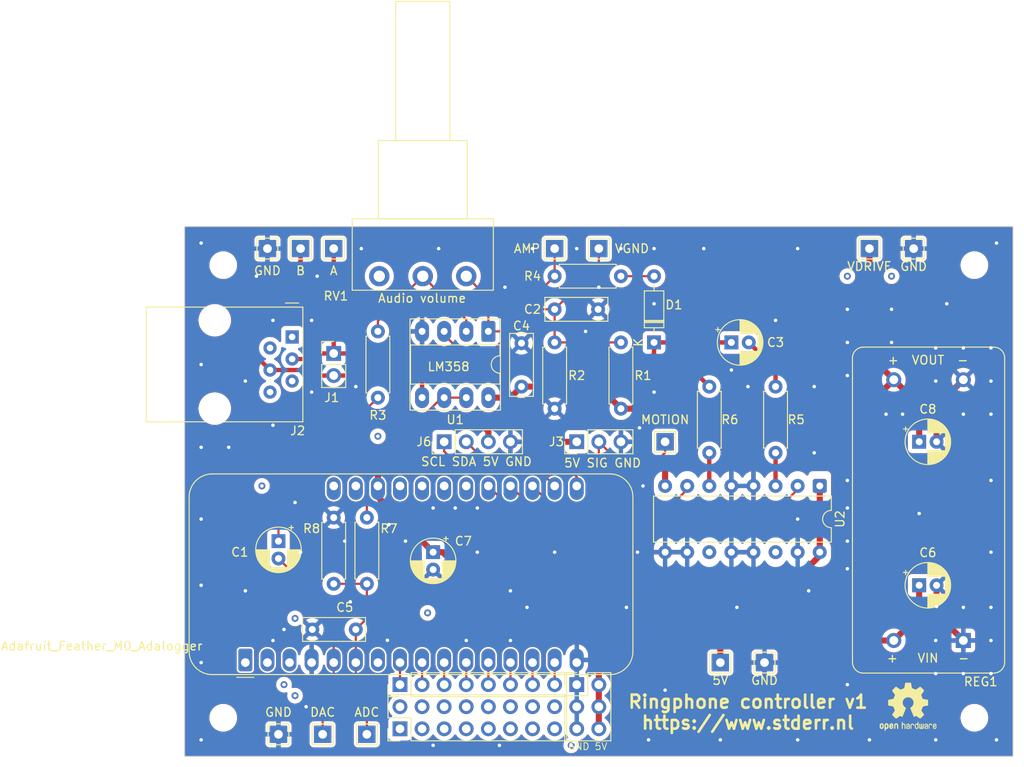
<source format=kicad_pcb>
(kicad_pcb (version 20241229) (generator "pcbnew") (generator_version "9.0")
  (layers (0 "F.Cu" signal) (2 "B.Cu" signal) (13 "F.Paste" user) (15 "B.Paste" user) (5 "F.SilkS" user "F.Silkscreen") (7 "B.SilkS" user "B.Silkscreen") (1 "F.Mask" user) (3 "B.Mask" user) (25 "Edge.Cuts" user))
  (net 0 "")
  (net 1 "DAC")
  (net 2 "Net-(C1-Pad1)")
  (net 3 "GND")
  (net 4 "VGND")
  (net 5 "TELEPHONE_A")
  (net 6 "Vdrive")
  (net 8 "TELEPHONE_B")
  (net 9 "unconnected-(A1-D13-Pad25)")
  (net 10 "MOTION")
  (net 11 "+5V")
  (net 13 "AMP_OUT")
  (net 15 "CURRENT_SENSE")
  (net 16 "BRIDGE_IN_2")
  (net 17 "unconnected-(A1-~{RESET}-Pad1)")
  (net 19 "BRIDGE_IN_1")
  (net 24 "Net-(D1-A)")
  (net 33 "Net-(C3-Pad2)")
  (net 34 "SDA")
  (net 35 "SCL")
  (net 36 "STRIP1")
  (net 37 "STRIP2")
  (net 38 "STRIP3")
  (net 39 "STRIP4")
  (net 40 "STRIP5")
  (net 41 "STRIP6")
  (net 42 "STRIP7")
  (net 43 "STRIP8")
  (net 56 "Net-(U1A--)")
  (net 57 "Net-(U2-1Y)")
  (net 58 "Net-(U2-2Y)")
  (net 59 "Net-(U1B--)")
  (footprint "Capacitor_THT:CP_Radial_D5.0mm_P2.00mm" (layer "F.Cu") (at 62.23 166.37 -90)
    (property "Reference" "C1")
    (property "Value" "10uF 50V")
  )
  (footprint "Capacitor_THT:C_Disc_D7.0mm_W2.5mm_P5.00mm" (layer "F.Cu") (at 93.98 139.7)
    (property "Reference" "C2")
    (property "Value" "330nF")
  )
  (footprint "Capacitor_THT:CP_Radial_D5.0mm_P2.00mm" (layer "F.Cu") (at 114.3 143.51)
    (property "Reference" "C3")
    (property "Value" "33μF 50V")
  )
  (footprint "Capacitor_THT:C_Disc_D7.0mm_W2.5mm_P5.00mm" (layer "F.Cu") (at 90.17 148.59 90)
    (property "Reference" "C4")
    (property "Value" "100nF")
  )
  (footprint "Capacitor_THT:C_Disc_D7.0mm_W2.5mm_P5.00mm" (layer "F.Cu") (at 71.12 176.53 180)
    (property "Reference" "C5")
    (property "Value" "10nF")
  )
  (footprint "Connector_PinHeader_2.54mm:PinHeader_1x02_P2.54mm_Vertical" (layer "F.Cu") (at 68.58 144.78)
    (property "Reference" "J1")
    (property "Value" "Conn_01x02" (hide yes))
  )
  (footprint "Connector_RJ:RJ12_Amphenol_54601" (layer "F.Cu") (at 63.8 142.875 -90)
    (property "Reference" "J2")
    (property "Value" "6P4C")
  )
  (footprint "Connector_PinHeader_2.54mm:PinHeader_1x03_P2.54mm_Vertical" (layer "F.Cu") (at 96.52 154.94 90)
    (property "Reference" "J3")
    (property "Value" "Conn_01x03" (hide yes))
  )
  (footprint "Resistor_THT:R_Axial_DIN0207_L6.3mm_D2.5mm_P7.62mm_Horizontal" (layer "F.Cu") (at 101.6 143.51 -90)
    (property "Reference" "R1")
    (property "Value" "10k")
  )
  (footprint "Resistor_THT:R_Axial_DIN0207_L6.3mm_D2.5mm_P7.62mm_Horizontal" (layer "F.Cu") (at 93.98 151.13 90)
    (property "Reference" "R2")
    (property "Value" "10k")
  )
  (footprint "Resistor_THT:R_Axial_DIN0207_L6.3mm_D2.5mm_P7.62mm_Horizontal" (layer "F.Cu") (at 73.66 142.24 -90)
    (property "Reference" "R3")
    (property "Value" "1k")
  )
  (footprint "Resistor_THT:R_Axial_DIN0207_L6.3mm_D2.5mm_P7.62mm_Horizontal" (layer "F.Cu") (at 101.6 135.89 180)
    (property "Reference" "R4")
    (property "Value" "470R")
  )
  (footprint "Resistor_THT:R_Axial_DIN0207_L6.3mm_D2.5mm_P7.62mm_Horizontal" (layer "F.Cu") (at 119.38 148.59 -90)
    (property "Reference" "R5")
    (property "Value" "470R")
  )
  (footprint "Resistor_THT:R_Axial_DIN0207_L6.3mm_D2.5mm_P7.62mm_Horizontal" (layer "F.Cu") (at 111.76 148.59 -90)
    (property "Reference" "R6")
    (property "Value" "470R")
  )
  (footprint "Resistor_THT:R_Axial_DIN0207_L6.3mm_D2.5mm_P7.62mm_Horizontal" (layer "F.Cu") (at 72.39 171.279713 90)
    (property "Reference" "R7")
    (property "Value" "10k")
  )
  (footprint "Resistor_THT:R_Axial_DIN0207_L6.3mm_D2.5mm_P7.62mm_Horizontal" (layer "F.Cu") (at 68.58 163.659713 -90)
    (property "Reference" "R8")
    (property "Value" "1k")
  )
  (footprint "Footprints:MT3608" (layer "F.Cu") (at 140.97 177.8 180)
    (property "Reference" "REG1")
    (property "Value" "REGULATOR_MODULE")
  )
  (footprint "Potentiometer_THT:Potentiometer_Piher_PC-16_Single_Horizontal" (layer "F.Cu") (at 83.82 135.89 90)
    (property "Reference" "RV1")
    (property "Value" "10k")
  )
  (footprint "Package_DIP:DIP-8_W7.62mm_Socket_LongPads" (layer "F.Cu") (at 86.36 142.24 -90)
    (property "Reference" "U1")
    (property "Value" "LM358")
  )
  (footprint "Capacitor_THT:CP_Radial_D5.0mm_P2.00mm" (layer "F.Cu") (at 135.89 171.45)
    (property "Reference" "C6")
    (property "Value" "DNP")
  )
  (footprint "Capacitor_THT:CP_Radial_D5.0mm_P2.00mm" (layer "F.Cu") (at 80.01 167.64 -90)
    (property "Reference" "C7")
    (property "Value" "DNP")
  )
  (footprint "Capacitor_THT:CP_Radial_D5.0mm_P2.00mm" (layer "F.Cu") (at 135.89 154.94)
    (property "Reference" "C8")
    (property "Value" "DNP")
  )
  (footprint "TestPoint:TestPoint_THTPad_2.0x2.0mm_Drill1.0mm" (layer "F.Cu") (at 62.23 188.595)
    (property "Reference" "TP1")
    (property "Value" "GND")
  )
  (footprint "TestPoint:TestPoint_THTPad_2.0x2.0mm_Drill1.0mm" (layer "F.Cu") (at 67.31 188.595)
    (property "Reference" "TP2")
    (property "Value" "DAC")
  )
  (footprint "TestPoint:TestPoint_THTPad_2.0x2.0mm_Drill1.0mm" (layer "F.Cu") (at 72.39 188.595)
    (property "Reference" "TP3")
    (property "Value" "ADC")
  )
  (footprint "TestPoint:TestPoint_THTPad_2.0x2.0mm_Drill1.0mm" (layer "F.Cu") (at 60.96 132.715 -90)
    (property "Reference" "TP4" (hide yes))
    (property "Value" "GND")
  )
  (footprint "TestPoint:TestPoint_THTPad_2.0x2.0mm_Drill1.0mm" (layer "F.Cu") (at 93.98 132.715)
    (property "Reference" "TP5")
    (property "Value" "AMP")
  )
  (footprint "TestPoint:TestPoint_THTPad_2.0x2.0mm_Drill1.0mm" (layer "F.Cu") (at 135.255 132.715)
    (property "Reference" "TP6")
    (property "Value" "GND")
  )
  (footprint "TestPoint:TestPoint_THTPad_2.0x2.0mm_Drill1.0mm" (layer "F.Cu") (at 130.175 132.715)
    (property "Reference" "TP7")
    (property "Value" "VDRIVE")
  )
  (footprint "TestPoint:TestPoint_THTPad_2.0x2.0mm_Drill1.0mm" (layer "F.Cu") (at 99.06 132.715)
    (property "Reference" "TP8")
    (property "Value" "VGND")
  )
  (footprint "TestPoint:TestPoint_THTPad_2.0x2.0mm_Drill1.0mm" (layer "F.Cu") (at 106.68 154.94)
    (property "Reference" "TP9")
    (property "Value" "MOTION")
  )
  (footprint "TestPoint:TestPoint_THTPad_2.0x2.0mm_Drill1.0mm" (layer "F.Cu") (at 113.03 180.34)
    (property "Reference" "TP10")
    (property "Value" "5V")
  )
  (footprint "Package_DIP:DIP-16_W7.62mm" (layer "F.Cu") (at 124.46 160.02 -90)
    (property "Reference" "U2")
    (property "Value" "L293D")
  )
  (footprint "TestPoint:TestPoint_THTPad_2.0x2.0mm_Drill1.0mm" (layer "F.Cu") (at 68.58 132.715 -90)
    (property "Reference" "TP11" (hide yes))
    (property "Value" "A")
  )
  (footprint "TestPoint:TestPoint_THTPad_2.0x2.0mm_Drill1.0mm" (layer "F.Cu") (at 64.77 132.715 -90)
    (property "Reference" "TP13" (hide yes))
    (property "Value" "B")
  )
  (footprint "TestPoint:TestPoint_THTPad_2.0x2.0mm_Drill1.0mm" (layer "F.Cu") (at 118.11 180.34)
    (property "Reference" "TP12")
    (property "Value" "GND")
  )
  (footprint "MountingHole:MountingHole_2.7mm_M2.5" (layer "F.Cu") (at 55.88 134.62)
    (property "Reference" "H1" (hide yes))
    (property "Value" "MountingHole" (hide yes))
  )
  (footprint "MountingHole:MountingHole_2.7mm_M2.5" (layer "F.Cu") (at 142.24 134.62)
    (property "Reference" "H2" (hide yes))
    (property "Value" "MountingHole" (hide yes))
  )
  (footprint "MountingHole:MountingHole_2.7mm_M2.5" (layer "F.Cu") (at 55.88 186.69)
    (property "Reference" "H3" (hide yes))
    (property "Value" "MountingHole" (hide yes))
  )
  (footprint "MountingHole:MountingHole_2.7mm_M2.5" (layer "F.Cu") (at 142.24 186.69)
    (property "Reference" "H4" (hide yes))
    (property "Value" "MountingHole" (hide yes))
  )
  (footprint "Module:Adafruit_Feather" (layer "F.Cu") (at 58.42 180.34 90)
    (property "Reference" "A1")
    (property "Value" "Adafruit_Feather_M0_Adalogger")
  )
  (footprint "Connector_PinHeader_2.54mm:PinHeader_1x08_P2.54mm_Vertical" (layer "F.Cu") (at 76.2 182.88 90)
    (property "Reference" "J5" (hide yes))
    (property "Value" "Conn_01x08" (hide yes))
  )
  (footprint "Connector_PinHeader_2.54mm:PinHeader_1x04_P2.54mm_Vertical" (layer "F.Cu") (at 81.28 154.94 90)
    (property "Reference" "J6")
    (property "Value" "Conn_01x04" (hide yes))
  )
  (footprint "Connector_PinHeader_2.54mm:PinHeader_2x03_P2.54mm_Vertical" (layer "F.Cu") (at 96.52 182.88)
    (property "Reference" "J7" (hide yes))
    (property "Value" "Conn_02x03_Odd_Even" (hide yes))
  )
  (footprint "Connector_PinHeader_2.54mm:PinHeader_2x08_P2.54mm_Vertical" (layer "F.Cu") (at 76.2 187.96 90)
    (property "Reference" "J4" (hide yes))
    (property "Value" "Conn_02x08_Odd_Even" (hide yes))
  )
  (footprint "Symbol:OSHW-Logo2_7.3x6mm_SilkScreen" (layer "F.Cu") (at 134.62 185.42)
    (property "Reference" "LOGO1" (hide yes))
    (property "Value" "Logo_Open_Hardware_Small" (hide yes))
  )
  (footprint "Diode_THT:D_DO-35_SOD27_P7.62mm_Horizontal" (layer "F.Cu") (at 105.41 143.51 90)
    (property "Reference" "D1")
    (property "Value" "1N4148")
  )
  (gr_poly (pts (xy 51.435 130.175) (xy 146.685 130.175) (xy 146.685 191.135) (xy 51.435 191.135)) (stroke (width 0.1)) (fill no) (layer "Edge.Cuts"))
  (gr_text "SCL SDA 5V GND" (at 84.9884 157.226 0) (layer "F.SilkS") (effects (font (size 1 1))))
  (gr_text "+  VOUT  -" (at 136.906 145.542 0) (layer "F.SilkS") (effects (font (size 1 1))))
  (gr_text "5V SIG GND" (at 99.4918 157.3784 0) (layer "F.SilkS") (effects (font (size 1 1))))
  (gr_text "GND 5V" (at 97.79 189.992 0) (layer "F.SilkS") (effects (font (size 0.8 0.8) (thickness 0.1))))
  (gr_text "Ringphone controller v1\nhttps://www.stderr.nl" (at 116.205 186.055 0) (layer "F.SilkS") (effects (font (size 1.5 1.5) (thickness 0.3))))
  (gr_text "Audio volume" (at 78.74 138.43 0) (layer "F.SilkS") (effects (font (size 1 1))))
  (gr_text "+   VIN   -" (at 136.906 179.832 0) (layer "F.SilkS") (effects (font (size 1 1))))
  (segment (start 68.58 180.34) (end 68.58 185.42) (width 0.25) (layer "F.Cu") (net 1))
  (segment (start 68.58 185.42) (end 67.31 186.69) (width 0.25) (layer "F.Cu") (net 1))
  (segment (start 68.58 180.34) (end 68.58 174.72) (width 0.25) (layer "F.Cu") (net 1))
  (segment (start 67.31 186.69) (end 67.31 188.595) (width 0.25) (layer "F.Cu") (net 1))
  (segment (start 68.58 174.72) (end 62.23 168.37) (width 0.25) (layer "F.Cu") (net 1))
  (segment (start 62.23 161.29) (end 73.66 149.86) (width 0.25) (layer "F.Cu") (net 2))
  (segment (start 62.23 166.37) (end 62.23 161.29) (width 0.25) (layer "F.Cu") (net 2))
  (segment (start 137.89 174.7073) (end 140.97 177.7873) (width 0.7) (layer "F.Cu") (net 3))
  (segment (start 137.89 173.895) (end 137.89 174.7073) (width 0.7) (layer "F.Cu") (net 3))
  (segment (start 140.97 147.8) (end 137.89 150.88) (width 0.7) (layer "F.Cu") (net 3))
  (segment (start 137.89 174.7073) (end 137.89 174.7073) (width 0.7) (layer "F.Cu") (net 3))
  (segment (start 137.89 154.94) (end 137.89 151.504399) (width 0.7) (layer "F.Cu") (net 3))
  (segment (start 137.89 150.88) (end 137.89 150.938714) (width 0.7) (layer "F.Cu") (net 3))
  (segment (start 137.89 150.938714) (end 137.89 151.504399) (width 0.7) (layer "F.Cu") (net 3))
  (segment (start 137.89 171.45) (end 137.89 173.895) (width 0.7) (layer "F.Cu") (net 3))
  (via (at 74.7522 177.7746) (size 0.8) (drill 0.4) (layers "F.Cu" "B.Cu") (net 3))
  (via (at 103.7336 153.3398) (size 0.8) (drill 0.4) (layers "F.Cu" "B.Cu") (net 3))
  (via (at 64.135 161.925) (size 0.8) (drill 0.4) (layers "F.Cu" "B.Cu") (net 3))
  (via (at 144.145 147.955) (size 0.8) (drill 0.4) (layers "F.Cu" "B.Cu") (net 3))
  (via (at 114.935 173.99) (size 0.8) (drill 0.4) (layers "F.Cu" "B.Cu") (net 3))
  (via (at 85.09 167.64) (size 0.8) (drill 0.4) (layers "F.Cu" "B.Cu") (net 3))
  (via (at 62.865 176.53) (size 0.8) (drill 0.4) (layers "F.Cu" "B.Cu") (net 3))
  (via (at 61.595 177.8) (size 0.8) (drill 0.4) (layers "F.Cu" "B.Cu") (net 3))
  (via (at 144.78 132.08) (size 0.8) (drill 0.4) (layers "F.Cu" "B.Cu") (net 3))
  (via (at 70.485 173.355) (size 0.8) (drill 0.4) (layers "F.Cu" "B.Cu") (net 3))
  (via (at 80.01 162.56) (size 0.8) (drill 0.4) (layers "F.Cu" "B.Cu") (net 3))
  (via (at 91.44 132.715) (size 0.8) (drill 0.4) (layers "F.Cu" "B.Cu") (net 3))
  (via (at 76.835 166.37) (size 0.8) (drill 0.4) (layers "F.Cu" "B.Cu") (net 3))
  (via (at 66.04 149.225) (size 0.8) (drill 0.4) (layers "F.Cu" "B.Cu") (net 3))
  (via (at 61.595 140.97) (size 0.8) (drill 0.4) (layers "F.Cu" "B.Cu") (net 3))
  (via (at 140.97 181.61) (size 0.8) (drill 0.4) (layers "F.Cu" "B.Cu") (net 3))
  (via (at 53.34 189.23) (size 0.8) (drill 0.4) (layers "F.Cu" "B.Cu") (net 3))
  (via (at 103.505 167.64) (size 0.8) (drill 0.4) (layers "F.Cu" "B.Cu") (net 3))
  (via (at 71.755 132.715) (size 0.8) (drill 0.4) (layers "F.Cu" "B.Cu") (net 3))
  (via (at 102.235 173.99) (size 0.8) (drill 0.4) (layers "F.Cu" "B.Cu") (net 3))
  (via (at 140.97 144.145) (size 0.8) (drill 0.4) (layers "F.Cu" "B.Cu") (net 3))
  (via (at 93.98 167.64) (size 0.8) (drill 0.4) (layers "F.Cu" "B.Cu") (net 3))
  (via (at 137.795 189.23) (size 0.8) (drill 0.4) (layers "F.Cu" "B.Cu") (net 3))
  (via (at 88.9 177.8) (size 0.8) (drill 0.4) (layers "F.Cu" "B.Cu") (net 3))
  (via (at 119.38 140.97) (size 0.8) (drill 0.4) (layers "F.Cu" "B.Cu") (net 3))
  (via (at 144.145 159.385) (size 0.8) (drill 0.4) (layers "F.Cu" "B.Cu") (net 3))
  (via (at 58.42 147.955) (size 0.8) (drill 0.4) (layers "F.Cu" "B.Cu") (net 3))
  (via (at 80.01 189.865) (size 0.8) (drill 0.4) (layers "F.Cu" "B.Cu") (net 3))
  (via (at 127.635 143.51) (size 0.8) (drill 0.4) (layers "F.Cu" "B.Cu") (net 3))
  (via (at 133.985 151.765) (size 0.8) (drill 0.4) (layers "F.Cu" "B.Cu") (net 3))
  (via (at 137.795 177.8) (size 0.8) (drill 0.4) (layers "F.Cu" "B.Cu") (net 3))
  (via (at 66.675 135.89) (size 0.8) (drill 0.4) (layers "F.Cu" "B.Cu") (net 3))
  (via (at 61.595 153.035) (size 0.8) (drill 0.4) (layers "F.Cu" "B.Cu") (net 3))
  (via (at 132.08 151.765) (size 0.8) (drill 0.4) (layers "F.Cu" "B.Cu") (net 3))
  (via (at 105.41 149.225) (size 0.8) (drill 0.4) (layers "F.Cu" "B.Cu") (net 3))
  (via (at 127.635 159.385) (size 0.8) (drill 0.4) (layers "F.Cu" "B.Cu") (net 3))
  (via (at 74.93 164.465) (size 0.8) (drill 0.4) (layers "F.Cu" "B.Cu") (net 3))
  (via (at 96.52 132.715) (size 0.8) (drill 0.4) (layers "F.Cu" "B.Cu") (net 3))
  (via (at 121.92 189.23) (size 0.8) (drill 0.4) (layers "F.Cu" "B.Cu") (net 3))
  (via (at 127.635 139.7) (size 0.8) (drill 0.4) (layers "F.Cu" "B.Cu") (net 3))
  (via (at 140.97 151.765) (size 0.8) (drill 0.4) (layers "F.Cu" "B.Cu") (net 3))
  (via (at 65.405 185.42) (size 0.8) (drill 0.4) (layers "F.Cu" "B.Cu") (net 3))
  (via (at 144.78 189.23) (size 0.8) (drill 0.4) (layers "F.Cu" "B.Cu") (net 3))
  (via (at 104.775 189.23) (size 0.8) (drill 0.4) (layers "F.Cu" "B.Cu") (net 3))
  (via (at 87.63 189.865) (size 0.8) (drill 0.4) (layers "F.Cu" "B.Cu") (net 3))
  (via (at 69.85 166.37) (size 0.8) (drill 0.4) (layers "F.Cu" "B.Cu") (net 3))
  (via (at 64.77 167.64) (size 0.8) (drill 0.4) (layers "F.Cu" "B.Cu") (net 3))
  (via (at 137.795 147.955) (size 0.8) (drill 0.4) (layers "F.Cu" "B.Cu") (net 3))
  (via (at 144.145 151.765) (size 0.8) (drill 0.4) (layers "F.Cu" "B.Cu") (net 3))
  (via (at 140.97 173.99) (size 0.8) (drill 0.4) (layers "F.Cu" "B.Cu") (net 3))
  (via (at 132.715 143.51) (size 0.8) (drill 0.4) (layers "F.Cu" "B.Cu") (net 3))
  (via (at 127.635 182.88) (size 0.8) (drill 0.4) (layers "F.Cu" "B.Cu") (net 3))
  (via (at 71.12 148.59) (size 0.8) (drill 0.4) (layers "F.Cu" "B.Cu") (net 3))
  (via (at 101.6 132.715) (size 0.8) (drill 0.4) (layers "F.Cu" "B.Cu") (net 3))
  (via (at 53.34 146.05) (size 0.8) (drill 0.4) (layers "F.Cu" "B.Cu") (net 3))
  (via (at 123.825 148.59) (size 0.8) (drill 0.4) (layers "F.Cu" "B.Cu") (net 3))
  (via (at 137.89 173.895) (size 0.8) (drill 0.4) (layers "F.Cu" "B.Cu") (net 3))
  (via (at 127.635 169.545) (size 0.8) (drill 0.4) (layers "F.Cu" "B.Cu") (net 3))
  (via (at 121.92 132.715) (size 0.8) (drill 0.4) (layers "F.Cu" "B.Cu") (net 3))
  (via (at 104.14 160.02) (size 0.8) (drill 0.4) (layers "F.Cu" "B.Cu") (net 3))
  (via (at 105.41 132.715) (size 0.8) (drill 0.4) (layers "F.Cu" "B.Cu") (net 3))
  (via (at 144.145 181.61) (size 0.8) (drill 0.4) (layers "F.Cu" "B.Cu") (net 3))
  (via (at 137.795 181.61) (size 0.8) (drill 0.4) (layers "F.Cu" "B.Cu") (net 3))
  (via (at 53.34 180.34) (size 0.8) (drill 0.4) (layers "F.Cu" "B.Cu") (net 3))
  (via (at 127.635 166.37) (size 0.8) (drill 0.4) (layers "F.Cu" "B.Cu") (net 3))
  (via (at 90.805 173.99) (size 0.8) (drill 0.4) (layers "F.Cu" "B.Cu") (net 3))
  (via (at 53.34 171.45) (size 0.8) (drill 0.4) (layers "F.Cu" "B.Cu") (net 3))
  (via (at 106.68 183.515) (size 0.8) (drill 0.4) (layers "F.Cu" "B.Cu") (net 3))
  (via (at 130.175 189.23) (size 0.8) (drill 0.4) (layers "F.Cu" "B.Cu") (net 3))
  (via (at 99.06 137.16) (size 0.8) (drill 0.4) (layers "F.Cu" "B.Cu") (net 3))
  (via (at 144.145 144.145) (size 0.8) (drill 0.4) (layers "F.Cu" "B.Cu") (net 3))
  (via (at 83.82 177.8) (size 0.8) (drill 0.4) (layers "F.Cu" "B.Cu") (net 3))
  (via (at 88.265 137.16) (size 0.8) (drill 0.4) (layers "F.Cu" "B.Cu") (net 3))
  (via (at 144.145 167.64) (size 0.8) (drill 0.4) (layers "F.Cu" "B.Cu") (net 3))
  (via (at 121.92 163.83) (size 0.8) (drill 0.4) (layers "F.Cu" "B.Cu") (net 3))
  (via (at 127.635 147.32) (size 0.8) (drill 0.4) (layers "F.Cu" "B.Cu") (net 3))
  (via (at 113.03 189.23) (size 0.8) (drill 0.4) (layers "F.Cu" "B.Cu") (net 3))
  (via (at 56.515 155.575) (size 0.8) (drill 0.4) (layers "F.Cu" "B.Cu") (net 3))
  (via (at 85.09 162.56) (size 0.8) (drill 0.4) (layers "F.Cu" "B.Cu") (net 3))
  (via (at 114.3 146.685) (size 0.8) (drill 0.4) (layers "F.Cu" "B.Cu") (net 3))
  (via (at 66.04 140.97) (size 0.8) (drill 0.4) (layers "F.Cu" "B.Cu") (net 3))
  (via (at 132.715 139.7) (size 0.8) (drill 0.4) (layers "F.Cu" "B.Cu") (net 3))
  (via (at 59.69 135.89) (size 0.8) (drill 0.4) (layers "F.Cu" "B.Cu") (net 3))
  (via (at 123.825 156.21) (size 0.8) (drill 0.4) (layers "F.Cu" "B.Cu") (net 3))
  (via (at 137.795 144.145) (size 0.8) (drill 0.4) (layers "F.Cu" "B.Cu") (net 3))
  (via (at 88.9 172.085) (size 0.8) (drill 0.4) (layers "F.Cu" "B.Cu") (net 3))
  (via (at 139.065 139.065) (size 0.8) (drill 0.4) (layers "F.Cu" "B.Cu") (net 3))
  (via (at 144.145 177.8) (size 0.8) (drill 0.4) (layers "F.Cu" "B.Cu") (net 3))
  (via (at 116.205 148.59) (size 0.8) (drill 0.4) (layers "F.Cu" "B.Cu") (net 3))
  (via (at 127.635 162.56) (size 0.8) (drill 0.4) (layers "F.Cu" "B.Cu") (net 3))
  (via (at 111.125 132.715) (size 0.8) (drill 0.4) (layers "F.Cu" "B.Cu") (net 3))
  (via (at 97.536 142.24) (size 0.8) (drill 0.4) (layers "F.Cu" "B.Cu") (net 3))
  (via (at 144.145 173.99) (size 0.8) (drill 0.4) (layers "F.Cu" "B.Cu") (net 3))
  (via (at 80.645 132.715) (size 0.8) (drill 0.4) (layers "F.Cu" "B.Cu") (net 3))
  (via (at 135.89 163.195) (size 0.8) (drill 0.4) (layers "F.Cu" "B.Cu") (net 3))
  (via (at 53.34 163.83) (size 0.8) (drill 0.4) (layers "F.Cu" "B.Cu") (net 3))
  (via (at 53.34 132.08) (size 0.8) (drill 0.4) (layers "F.Cu" "B.Cu") (net 3))
  (via (at 53.34 155.575) (size 0.8) (drill 0.4) (layers "F.Cu" "B.Cu") (net 3))
  (via (at 58.42 172.085) (size 0.8) (drill 0.4) (layers "F.Cu" "B.Cu") (net 3))
  (via (at 105.41 139.065) (size 0.8) (drill 0.4) (layers "F.Cu" "B.Cu") (net 3))
  (via (at 82.55 162.56) (size 0.8) (drill 0.4) (layers "F.Cu" "B.Cu") (net 3))
  (via (at 123.19 172.085) (size 0.8) (drill 0.4) (layers "F.Cu" "B.Cu") (net 3))
  (segment (start 93.98 139.7) (end 93.98 143.51) (width 0.25) (layer "F.Cu") (net 4))
  (segment (start 86.982401 144.309999) (end 91.5924 139.7) (width 0.25) (layer "F.Cu") (net 4))
  (segment (start 82.949999 144.309999) (end 86.982401 144.309999) (width 0.25) (layer "F.Cu") (net 4))
  (segment (start 81.28 142.64) (end 82.949999 144.309999) (width 0.25) (layer "F.Cu") (net 4))
  (segment (start 99.06 134.62) (end 93.98 139.7) (width 0.25) (layer "F.Cu") (net 4))
  (segment (start 93.98 143.51) (end 101.6 143.51) (width 0.25) (layer "F.Cu") (net 4))
  (segment (start 91.5924 139.7) (end 93.98 139.7) (width 0.25) (layer "F.Cu") (net 4))
  (segment (start 99.06 132.715) (end 99.06 134.62) (width 0.25) (layer "F.Cu") (net 4))
  (segment (start 66.04 144.78) (end 68.58 144.78) (width 0.5) (layer "F.Cu") (net 5))
  (segment (start 65.405 145.415) (end 63.8 145.415) (width 0.5) (layer "F.Cu") (net 5))
  (segment (start 66.04 144.78) (end 65.405 145.415) (width 0.5) (layer "F.Cu") (net 5))
  (segment (start 104.932 145.288) (end 70.858 145.288) (width 0.5) (layer "F.Cu") (net 5))
  (segment (start 68.58 135.89) (end 68.58 144.78) (width 0.5) (layer "F.Cu") (net 5))
  (segment (start 105.41 143.51) (end 105.41 144.81) (width 0.5) (layer "F.Cu") (net 5))
  (segment (start 114.3 143.51) (end 105.41 143.51) (width 0.5) (layer "F.Cu") (net 5))
  (segment (start 70.35 144.78) (end 70.858 145.288) (width 0.5) (layer "F.Cu") (net 5))
  (segment (start 68.58 132.715) (end 68.58 135.89) (width 0.5) (layer "F.Cu") (net 5))
  (segment (start 68.58 144.78) (end 70.35 144.78) (width 0.5) (layer "F.Cu") (net 5))
  (segment (start 105.41 144.81) (end 104.932 145.288) (width 0.5) (layer "F.Cu") (net 5))
  (segment (start 88.9 149.86) (end 90.17 148.59) (width 0.7) (layer "F.Cu") (net 6))
  (segment (start 127.0238 153.7462) (end 129.64 151.13) (width 0.7) (layer "F.Cu") (net 6))
  (segment (start 130.175 145.005) (end 132.97 147.8) (width 0.7) (layer "F.Cu") (net 6))
  (segment (start 106.68 158.12) (end 111.0538 153.7462) (width 0.7) (layer "F.Cu") (net 6))
  (segment (start 99.06 148.59) (end 101.6 151.13) (width 0.7) (layer "F.Cu") (net 6))
  (segment (start 135.89 154.94) (end 135.89 150.72) (width 0.7) (layer "F.Cu") (net 6))
  (segment (start 106.68 160.02) (end 106.68 158.12) (width 0.7) (layer "F.Cu") (net 6))
  (segment (start 130.175 132.715) (end 130.175 145.005) (width 0.7) (layer "F.Cu") (net 6))
  (segment (start 111.0538 153.7462) (end 127.0238 153.7462) (width 0.7) (layer "F.Cu") (net 6))
  (segment (start 135.89 150.72) (end 132.97 147.8) (width 0.7) (layer "F.Cu") (net 6))
  (segment (start 101.6 151.13) (end 129.64 151.13) (width 0.7) (layer "F.Cu") (net 6))
  (segment (start 90.17 148.59) (end 99.06 148.59) (width 0.7) (layer "F.Cu") (net 6))
  (segment (start 129.64 151.13) (end 132.97 147.8) (width 0.7) (layer "F.Cu") (net 6))
  (segment (start 88.9 149.86) (end 86.36 149.86) (width 0.7) (layer "F.Cu") (net 6))
  (segment (start 61.26 146.685) (end 58.8518 144.2768) (width 0.5) (layer "F.Cu") (net 8))
  (segment (start 61.26 146.685) (end 65.405 146.685) (width 0.5) (layer "F.Cu") (net 8))
  (segment (start 109.982 146.812) (end 111.76 148.59) (width 0.5) (layer "F.Cu") (net 8))
  (segment (start 70.002081 147.32) (end 70.510081 146.812) (width 0.5) (layer "F.Cu") (net 8))
  (segment (start 65.405 146.685) (end 66.04 147.32) (width 0.5) (layer "F.Cu") (net 8))
  (segment (start 68.58 147.32) (end 66.04 147.32) (width 0.5) (layer "F.Cu") (net 8))
  (segment (start 70.510081 146.812) (end 109.982 146.812) (width 0.5) (layer "F.Cu") (net 8))
  (segment (start 78.74 147.4216) (end 78.1304 146.812) (width 0.5) (layer "F.Cu") (net 8))
  (segment (start 70.510081 146.812) (end 109.982 146.812) (width 0.5) (layer "F.Cu") (net 8))
  (segment (start 78.74 149.86) (end 78.74 147.32) (width 0.5) (layer "F.Cu") (net 8))
  (segment (start 58.8518 140.1332) (end 58.8518 144.2768) (width 0.5) (layer "F.Cu") (net 8))
  (segment (start 64.77 134.215) (end 58.8518 140.1332) (width 0.5) (layer "F.Cu") (net 8))
  (segment (start 79.248 146.812) (end 109.982 146.812) (width 0.5) (layer "F.Cu") (net 8))
  (segment (start 78.74 147.32) (end 79.248 146.812) (width 0.5) (layer "F.Cu") (net 8))
  (segment (start 70.002081 147.32) (end 68.58 147.32) (width 0.5) (layer "F.Cu") (net 8))
  (segment (start 64.77 132.715) (end 64.77 134.215) (width 0.5) (layer "F.Cu") (net 8))
  (via (at 79.375 174.625) (size 0.8) (drill 0.4) (layers "F.Cu" "B.Cu") (net 9))
  (segment (start 106.68 156.19) (end 106.1266 156.7434) (width 0.25) (layer "F.Cu") (net 10))
  (segment (start 91.44 160.02) (end 93.98 162.56) (width 0.25) (layer "F.Cu") (net 10))
  (segment (start 97.0788 162.56) (end 99.06 160.5788) (width 0.25) (layer "F.Cu") (net 10))
  (segment (start 100.8634 156.7434) (end 99.06 154.94) (width 0.25) (layer "F.Cu") (net 10))
  (segment (start 99.06 160.5788) (end 99.06 154.94) (width 0.25) (layer "F.Cu") (net 10))
  (segment (start 93.98 162.56) (end 97.0788 162.56) (width 0.25) (layer "F.Cu") (net 10))
  (segment (start 106.68 154.94) (end 106.68 156.19) (width 0.25) (layer "F.Cu") (net 10))
  (segment (start 106.1266 156.7434) (end 100.8634 156.7434) (width 0.25) (layer "F.Cu") (net 10))
  (via (at 64.135 175.26) (size 0.8) (drill 0.4) (layers "F.Cu" "B.Cu") (net 10))
  (segment (start 113.03 178.64) (end 112.4204 178.0304) (width 0.7) (layer "F.Cu") (net 11))
  (segment (start 99.06 178.2826) (end 97.3074 176.53) (width 0.7) (layer "F.Cu") (net 11))
  (segment (start 112.4204 177.8) (end 99.7712 177.8) (width 0.7) (layer "F.Cu") (net 11))
  (segment (start 89.999397 176.53) (end 81.194698 167.725302) (width 0.7) (layer "F.Cu") (net 11))
  (segment (start 97.3074 176.53) (end 89.999397 176.53) (width 0.7) (layer "F.Cu") (net 11))
  (segment (start 86.741 153.1112) (end 93.1412 153.1112) (width 0.7) (layer "F.Cu") (net 11))
  (segment (start 73.66 161.29) (end 80.01 167.64) (width 0.7) (layer "F.Cu") (net 11))
  (segment (start 73.66 158.8262) (end 73.66 160.02) (width 0.7) (layer "F.Cu") (net 11))
  (segment (start 99.06 187.96) (end 99.06 185.42) (width 0.7) (layer "F.Cu") (net 11))
  (segment (start 99.06 178.2826) (end 99.06 182.88) (width 0.7) (layer "F.Cu") (net 11))
  (segment (start 124.46 168.04) (end 124.46 160.02) (width 0.7) (layer "F.Cu") (net 11))
  (segment (start 99.5426 177.8) (end 99.06 178.2826) (width 0.7) (layer "F.Cu") (net 11))
  (segment (start 80.01 167.64) (end 81.109396 167.64) (width 0.7) (layer "F.Cu") (net 11))
  (segment (start 73.66 160.02) (end 73.66 161.29) (width 0.7) (layer "F.Cu") (net 11))
  (segment (start 86.36 153.737919) (end 85.733281 153.1112) (width 0.7) (layer "F.Cu") (net 11))
  (segment (start 79.375 153.1112) (end 73.66 158.8262) (width 0.7) (layer "F.Cu") (net 11))
  (segment (start 113.03 178.64) (end 113.03 178.4604) (width 0.7) (layer "F.Cu") (net 11))
  (segment (start 99.06 183.388) (end 99.06 185.42) (width 0.7) (layer "F.Cu") (net 11))
  (segment (start 93.1412 153.1112) (end 94.97 154.94) (width 0.7) (layer "F.Cu") (net 11))
  (segment (start 85.733281 153.1112) (end 79.375 153.1112) (width 0.7) (layer "F.Cu") (net 11))
  (segment (start 122.32 170.18) (end 124.46 168.04) (width 0.7) (layer "F.Cu") (net 11))
  (segment (start 135.89 171.45) (end 135.89 174.88) (width 0.7) (layer "F.Cu") (net 11))
  (segment (start 86.36 153.737919) (end 86.36 153.4922) (width 0.7) (layer "F.Cu") (net 11))
  (segment (start 113.6904 177.8) (end 112.4204 177.8) (width 0.7) (layer "F.Cu") (net 11))
  (segment (start 113.03 180.34) (end 113.03 178.64) (width 0.7) (layer "F.Cu") (net 11))
  (segment (start 132.97 177.8) (end 113.6904 177.8) (width 0.7) (layer "F.Cu") (net 11))
  (segment (start 86.36 153.4922) (end 86.741 153.1112) (width 0.7) (layer "F.Cu") (net 11))
  (segment (start 81.109396 167.64) (end 81.194698 167.725302) (width 0.7) (layer "F.Cu") (net 11))
  (segment (start 135.89 174.88) (end 132.97 177.8) (width 0.7) (layer "F.Cu") (net 11))
  (segment (start 98.5774 177.8) (end 99.06 178.2826) (width 0.7) (layer "F.Cu") (net 11))
  (segment (start 99.06 182.88) (end 99.06 183.388) (width 0.7) (layer "F.Cu") (net 11))
  (segment (start 83.82 170.18) (end 122.32 170.18) (width 0.7) (layer "F.Cu") (net 11))
  (segment (start 86.36 154.94) (end 86.36 153.737919) (width 0.7) (layer "F.Cu") (net 11))
  (segment (start 99.7712 177.8) (end 98.5774 177.8) (width 0.7) (layer "F.Cu") (net 11))
  (segment (start 94.97 154.94) (end 96.52 154.94) (width 0.7) (layer "F.Cu") (net 11))
  (segment (start 112.4204 178.0304) (end 112.4204 177.8) (width 0.7) (layer "F.Cu") (net 11))
  (segment (start 85.733281 153.1112) (end 86.741 153.1112) (width 0.7) (layer "F.Cu") (net 11))
  (segment (start 99.7712 177.8) (end 99.5426 177.8) (width 0.7) (layer "F.Cu") (net 11))
  (segment (start 113.03 178.4604) (end 113.6904 177.8) (width 0.7) (layer "F.Cu") (net 11))
  (segment (start 86.36 142.24) (end 86.36 138.43) (width 0.25) (layer "F.Cu") (net 13))
  (segment (start 87.63 142.24) (end 88.9 140.97) (width 0.25) (layer "F.Cu") (net 13))
  (segment (start 86.36 142.24) (end 87.63 142.24) (width 0.25) (layer "F.Cu") (net 13))
  (segment (start 93.98 135.89) (end 88.9 140.97) (width 0.25) (layer "F.Cu") (net 13))
  (segment (start 86.36 138.43) (end 83.82 135.89) (width 0.25) (layer "F.Cu") (net 13))
  (segment (start 93.98 135.89) (end 93.98 132.715) (width 0.25) (layer "F.Cu") (net 13))
  (segment (start 72.39 186.69) (end 72.39 188.595) (width 0.25) (layer "F.Cu") (net 15))
  (segment (start 71.12 176.53) (end 71.12 180.34) (width 0.25) (layer "F.Cu") (net 15))
  (segment (start 71.12 180.34) (end 71.12 185.42) (width 0.25) (layer "F.Cu") (net 15))
  (segment (start 71.12 185.42) (end 72.39 186.69) (width 0.25) (layer "F.Cu") (net 15))
  (segment (start 72.39 171.279713) (end 72.39 175.26) (width 0.25) (layer "F.Cu") (net 15))
  (segment (start 68.58 171.279713) (end 72.39 171.279713) (width 0.25) (layer "F.Cu") (net 15))
  (segment (start 72.39 175.26) (end 71.12 176.53) (width 0.25) (layer "F.Cu") (net 15))
  (segment (start 109.22 160.42) (end 105.81 163.83) (width 0.25) (layer "F.Cu") (net 16))
  (segment (start 92.71 163.83) (end 105.81 163.83) (width 0.25) (layer "F.Cu") (net 16))
  (segment (start 92.71 163.83) (end 88.9 160.02) (width 0.25) (layer "F.Cu") (net 16))
  (via (at 127.635 135.89) (size 0.8) (drill 0.4) (layers "F.Cu" "B.Cu") (net 16))
  (via (at 62.865 182.88) (size 0.8) (drill 0.4) (layers "F.Cu" "B.Cu") (net 17))
  (via (at 64.135 184.15) (size 0.8) (drill 0.4) (layers "F.Cu" "B.Cu") (net 17))
  (segment (start 117.24 165.1) (end 121.92 160.42) (width 0.25) (layer "F.Cu") (net 19))
  (segment (start 91.44 165.1) (end 117.24 165.1) (width 0.25) (layer "F.Cu") (net 19))
  (segment (start 86.36 160.02) (end 91.44 165.1) (width 0.25) (layer "F.Cu") (net 19))
  (segment (start 101.6 135.89) (end 105.41 135.89) (width 0.25) (layer "F.Cu") (net 24))
  (segment (start 119.38 148.59) (end 119.38 146.59) (width 0.5) (layer "F.Cu") (net 33))
  (segment (start 119.38 146.59) (end 116.3 143.51) (width 0.5) (layer "F.Cu") (net 33))
  (segment (start 86.2076 157.3276) (end 94.8776 157.3276) (width 0.25) (layer "F.Cu") (net 34))
  (segment (start 96.52 158.97) (end 96.52 160.02) (width 0.25) (layer "F.Cu") (net 34))
  (segment (start 83.82 154.94) (end 86.2076 157.3276) (width 0.25) (layer "F.Cu") (net 34))
  (segment (start 94.8776 157.3276) (end 96.52 158.97) (width 0.25) (layer "F.Cu") (net 34))
  (segment (start 93.180001 159.220001) (end 93.98 160.02) (width 0.25) (layer "F.Cu") (net 35))
  (segment (start 92.194811 158.234811) (end 93.180001 159.220001) (width 0.25) (layer "F.Cu") (net 35))
  (segment (start 81.28 156.04) (end 83.474811 158.234811) (width 0.25) (layer "F.Cu") (net 35))
  (segment (start 83.474811 158.234811) (end 92.194811 158.234811) (width 0.25) (layer "F.Cu") (net 35))
  (segment (start 81.28 154.94) (end 81.28 156.04) (width 0.25) (layer "F.Cu") (net 35))
  (via (at 132.715 135.89) (size 0.8) (drill 0.4) (layers "F.Cu" "B.Cu") (net 35))
  (segment (start 76.2 182.88) (end 76.2 180.34) (width 0.25) (layer "F.Cu") (net 36))
  (segment (start 78.74 182.88) (end 78.74 180.34) (width 0.25) (layer "F.Cu") (net 37))
  (segment (start 81.28 182.88) (end 81.28 180.34) (width 0.25) (layer "F.Cu") (net 38))
  (via (at 73.66 154.305) (size 0.8) (drill 0.4) (layers "F.Cu" "B.Cu") (net 38))
  (segment (start 83.82 182.88) (end 83.82 180.34) (width 0.25) (layer "F.Cu") (net 39))
  (segment (start 86.36 182.88) (end 86.36 180.34) (width 0.25) (layer "F.Cu") (net 40))
  (segment (start 88.9 182.88) (end 88.9 180.34) (width 0.25) (layer "F.Cu") (net 41))
  (segment (start 91.44 182.88) (end 91.44 180.34) (width 0.25) (layer "F.Cu") (net 42))
  (segment (start 93.98 182.88) (end 93.98 180.34) (width 0.25) (layer "F.Cu") (net 43))
  (via (at 60.325 160.02) (size 0.8) (drill 0.4) (layers "F.Cu" "B.Cu") (net 43))
  (via (at 95.885 189.865) (size 0.8) (drill 0.4) (layers "F.Cu" "B.Cu") (net 43))
  (segment (start 73.66 141.05) (end 78.82 135.89) (width 0.25) (layer "F.Cu") (net 56))
  (segment (start 73.66 142.24) (end 73.66 141.05) (width 0.25) (layer "F.Cu") (net 56))
  (segment (start 83.82 140.89) (end 83.82 142.24) (width 0.25) (layer "F.Cu") (net 56))
  (segment (start 83.82 142.24) (end 83.82 141.84) (width 0.25) (layer "F.Cu") (net 56))
  (segment (start 78.82 135.89) (end 83.82 140.89) (width 0.25) (layer "F.Cu") (net 56))
  (segment (start 119.38 160.02) (end 119.38 156.21) (width 0.5) (layer "F.Cu") (net 57))
  (segment (start 111.76 156.21) (end 111.76 160.02) (width 0.5) (layer "F.Cu") (net 58))
  (segment (start 81.28 149.86) (end 83.82 149.86) (width 0.25) (layer "F.Cu") (net 59))
  (segment (start 72.39 158.4706) (end 81.0006 149.86) (width 0.25) (layer "F.Cu") (net 59))
  (segment (start 72.39 163.659713) (end 72.39 158.4706) (width 0.25) (layer "F.Cu") (net 59))
  (segment (start 81.0006 149.86) (end 81.28 149.86) (width 0.25) (layer "F.Cu") (net 59))
  (zone (net 3) (net_name "GND") (layer "F.Cu") (connect_pads (clearance 0.508)) (min_thickness 0.254) (fill yes (thermal_gap 0.508) (thermal_bridge_width 0.508))
    (polygon (pts (xy 50.165 128.905) (xy 50.165 192.405) (xy 147.955 192.405) (xy 147.955 128.905)))
  )
  (zone (net 3) (net_name "GND") (layer "B.Cu") (connect_pads (clearance 0.508)) (min_thickness 0.254) (fill yes (thermal_gap 0.508) (thermal_bridge_width 0.508))
    (polygon (pts (xy 50.8 129.54) (xy 50.8 191.77) (xy 147.32 191.77) (xy 147.32 129.54)))
  )
)
</source>
